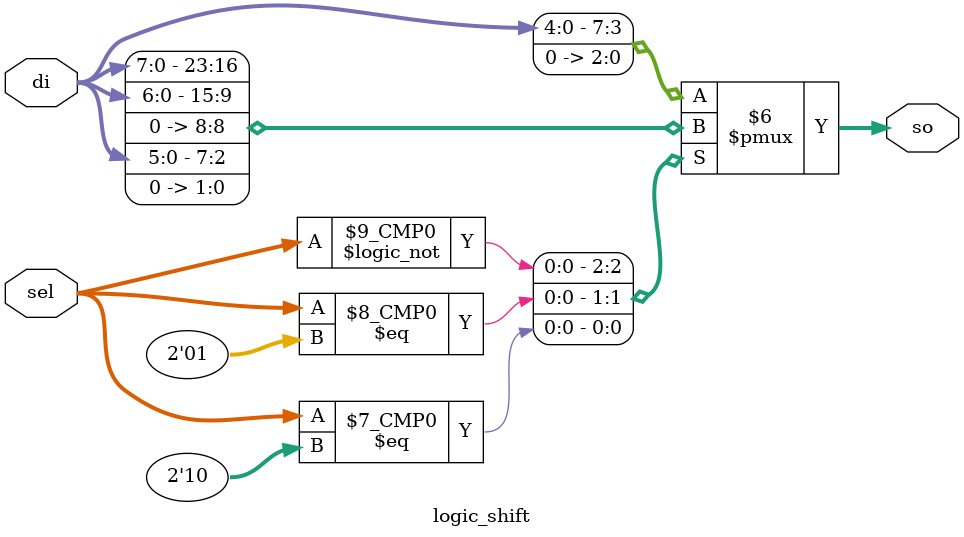
<source format=v>
`timescale 1ns / 1ps
module logic_shift (di, sel, so);
        input  [7:0] di;
	input  [1:0] sel;
	output [7:0] so;
	reg    [7:0] so;
	always @(di or sel)
	begin
	   case (sel)
	      2'b00   : so = di;
	      2'b01   : so = di << 1;
	      2'b10   : so = di << 2;
	      default : so = di << 3;
	   endcase
	end
        endmodule
        

</source>
